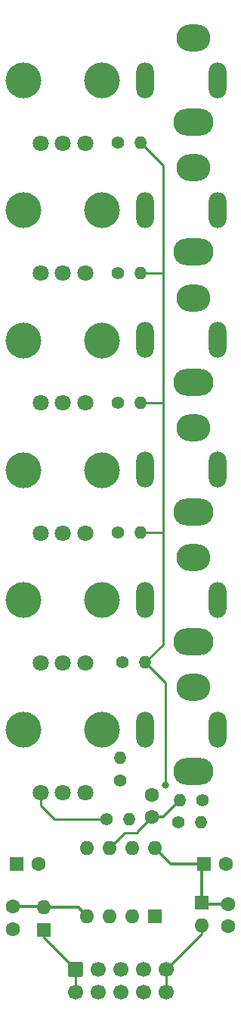
<source format=gtl>
%TF.GenerationSoftware,KiCad,Pcbnew,(6.0.1)*%
%TF.CreationDate,2022-11-11T13:21:04-05:00*%
%TF.ProjectId,ER-MIXER5-01,45522d4d-4958-4455-9235-2d30312e6b69,1*%
%TF.SameCoordinates,Original*%
%TF.FileFunction,Copper,L1,Top*%
%TF.FilePolarity,Positive*%
%FSLAX46Y46*%
G04 Gerber Fmt 4.6, Leading zero omitted, Abs format (unit mm)*
G04 Created by KiCad (PCBNEW (6.0.1)) date 2022-11-11 13:21:04*
%MOMM*%
%LPD*%
G01*
G04 APERTURE LIST*
G04 Aperture macros list*
%AMRoundRect*
0 Rectangle with rounded corners*
0 $1 Rounding radius*
0 $2 $3 $4 $5 $6 $7 $8 $9 X,Y pos of 4 corners*
0 Add a 4 corners polygon primitive as box body*
4,1,4,$2,$3,$4,$5,$6,$7,$8,$9,$2,$3,0*
0 Add four circle primitives for the rounded corners*
1,1,$1+$1,$2,$3*
1,1,$1+$1,$4,$5*
1,1,$1+$1,$6,$7*
1,1,$1+$1,$8,$9*
0 Add four rect primitives between the rounded corners*
20,1,$1+$1,$2,$3,$4,$5,0*
20,1,$1+$1,$4,$5,$6,$7,0*
20,1,$1+$1,$6,$7,$8,$9,0*
20,1,$1+$1,$8,$9,$2,$3,0*%
G04 Aperture macros list end*
%TA.AperFunction,WasherPad*%
%ADD10C,4.000000*%
%TD*%
%TA.AperFunction,ComponentPad*%
%ADD11C,1.800000*%
%TD*%
%TA.AperFunction,ComponentPad*%
%ADD12C,1.400000*%
%TD*%
%TA.AperFunction,ComponentPad*%
%ADD13O,1.400000X1.400000*%
%TD*%
%TA.AperFunction,ComponentPad*%
%ADD14R,1.600000X1.600000*%
%TD*%
%TA.AperFunction,ComponentPad*%
%ADD15O,1.600000X1.600000*%
%TD*%
%TA.AperFunction,ComponentPad*%
%ADD16O,4.500000X3.000000*%
%TD*%
%TA.AperFunction,ComponentPad*%
%ADD17O,3.800000X3.000000*%
%TD*%
%TA.AperFunction,ComponentPad*%
%ADD18O,2.000000X4.000000*%
%TD*%
%TA.AperFunction,ComponentPad*%
%ADD19C,1.600000*%
%TD*%
%TA.AperFunction,ComponentPad*%
%ADD20RoundRect,0.250000X-0.600000X0.600000X-0.600000X-0.600000X0.600000X-0.600000X0.600000X0.600000X0*%
%TD*%
%TA.AperFunction,ComponentPad*%
%ADD21C,1.700000*%
%TD*%
%TA.AperFunction,ViaPad*%
%ADD22C,0.800000*%
%TD*%
%TA.AperFunction,Conductor*%
%ADD23C,0.304800*%
%TD*%
%TA.AperFunction,Conductor*%
%ADD24C,0.250000*%
%TD*%
G04 APERTURE END LIST*
D10*
%TO.P,RV5,*%
%TO.N,*%
X13000000Y-58550000D03*
X4200000Y-58550000D03*
D11*
%TO.P,RV5,1,1*%
%TO.N,/VI_4*%
X11100000Y-65550000D03*
%TO.P,RV5,2,2*%
%TO.N,/POTWIPER_4*%
X8600000Y-65550000D03*
%TO.P,RV5,3,3*%
%TO.N,GND*%
X6100000Y-65550000D03*
%TD*%
D12*
%TO.P,R4,1*%
%TO.N,/POTWIPER_4*%
X14780000Y-65500000D03*
D13*
%TO.P,R4,2*%
%TO.N,/VSUM*%
X17320000Y-65500000D03*
%TD*%
D14*
%TO.P,D2,1,K*%
%TO.N,Net-(J8-Pad1)*%
X6500000Y-109883686D03*
D15*
%TO.P,D2,2,A*%
%TO.N,-12V*%
X6500000Y-107343686D03*
%TD*%
D10*
%TO.P,RV1,*%
%TO.N,*%
X13000000Y-87550000D03*
X4200000Y-87550000D03*
D11*
%TO.P,RV1,1,1*%
%TO.N,unconnected-(RV1-Pad1)*%
X11100000Y-94550000D03*
%TO.P,RV1,2,2*%
%TO.N,/VOL2*%
X8600000Y-94550000D03*
%TO.P,RV1,3,3*%
%TO.N,/VOL1*%
X6100000Y-94550000D03*
%TD*%
D10*
%TO.P,RV3,*%
%TO.N,*%
X4200000Y-29550000D03*
X13000000Y-29550000D03*
D11*
%TO.P,RV3,1,1*%
%TO.N,/VI_2*%
X11100000Y-36550000D03*
%TO.P,RV3,2,2*%
%TO.N,/POTWIPER_2*%
X8600000Y-36550000D03*
%TO.P,RV3,3,3*%
%TO.N,GND*%
X6100000Y-36550000D03*
%TD*%
D10*
%TO.P,RV6,*%
%TO.N,*%
X4200000Y-73050000D03*
X13000000Y-73050000D03*
D11*
%TO.P,RV6,1,1*%
%TO.N,/VI_5*%
X11100000Y-80050000D03*
%TO.P,RV6,2,2*%
%TO.N,/POTWIPER_5*%
X8600000Y-80050000D03*
%TO.P,RV6,3,3*%
%TO.N,GND*%
X6100000Y-80050000D03*
%TD*%
D16*
%TO.P,J5,S*%
%TO.N,GND*%
X23200000Y-63200000D03*
D17*
X23200000Y-53800000D03*
D18*
%TO.P,J5,T*%
%TO.N,/VI_4*%
X17800000Y-58500000D03*
%TO.P,J5,TN*%
%TO.N,GND*%
X25900000Y-58500000D03*
%TD*%
D16*
%TO.P,J6,S*%
%TO.N,GND*%
X23200000Y-77700000D03*
D17*
X23200000Y-68300000D03*
D18*
%TO.P,J6,T*%
%TO.N,/VI_5*%
X17800000Y-73000000D03*
%TO.P,J6,TN*%
%TO.N,GND*%
X25900000Y-73000000D03*
%TD*%
D12*
%TO.P,R10,1*%
%TO.N,/VO*%
X15000000Y-93220000D03*
D13*
%TO.P,R10,2*%
%TO.N,/OUT*%
X15000000Y-90680000D03*
%TD*%
D14*
%TO.P,C3,1*%
%TO.N,+12V*%
X24384000Y-102500000D03*
D19*
%TO.P,C3,2*%
%TO.N,GND*%
X26884000Y-102500000D03*
%TD*%
D12*
%TO.P,R7,1*%
%TO.N,/VSUM*%
X21580000Y-97800000D03*
D13*
%TO.P,R7,2*%
%TO.N,Net-(R7-Pad2)*%
X24120000Y-97800000D03*
%TD*%
D19*
%TO.P,C1,1*%
%TO.N,+12V*%
X27100000Y-106954000D03*
%TO.P,C1,2*%
%TO.N,GND*%
X27100000Y-109454000D03*
%TD*%
D12*
%TO.P,R5,1*%
%TO.N,/POTWIPER_5*%
X15280000Y-80000000D03*
D13*
%TO.P,R5,2*%
%TO.N,/VSUM*%
X17820000Y-80000000D03*
%TD*%
D16*
%TO.P,J2,S*%
%TO.N,GND*%
X23200000Y-19700000D03*
D17*
X23200000Y-10300000D03*
D18*
%TO.P,J2,T*%
%TO.N,/VI_1*%
X17800000Y-15000000D03*
%TO.P,J2,TN*%
%TO.N,GND*%
X25900000Y-15000000D03*
%TD*%
D17*
%TO.P,J1,S*%
%TO.N,GND*%
X23200000Y-82800000D03*
D16*
X23200000Y-92200000D03*
D18*
%TO.P,J1,T*%
%TO.N,/OUT*%
X17800000Y-87500000D03*
%TO.P,J1,TN*%
%TO.N,unconnected-(J1-PadTN)*%
X25900000Y-87500000D03*
%TD*%
D14*
%TO.P,D1,1,K*%
%TO.N,+12V*%
X24130000Y-106778315D03*
D15*
%TO.P,D1,2,A*%
%TO.N,Net-(J8-Pad10)*%
X24130000Y-109318315D03*
%TD*%
D19*
%TO.P,C2,1*%
%TO.N,GND*%
X3000000Y-109750000D03*
%TO.P,C2,2*%
%TO.N,-12V*%
X3000000Y-107250000D03*
%TD*%
D12*
%TO.P,R8,1*%
%TO.N,Net-(R7-Pad2)*%
X24220000Y-95400000D03*
D13*
%TO.P,R8,2*%
%TO.N,/VOL2*%
X21680000Y-95400000D03*
%TD*%
D12*
%TO.P,R3,1*%
%TO.N,/POTWIPER_3*%
X14780000Y-51000000D03*
D13*
%TO.P,R3,2*%
%TO.N,/VSUM*%
X17320000Y-51000000D03*
%TD*%
D12*
%TO.P,R9,1*%
%TO.N,/VOL1*%
X13512000Y-97536000D03*
D13*
%TO.P,R9,2*%
%TO.N,/VO*%
X16052000Y-97536000D03*
%TD*%
D16*
%TO.P,J4,S*%
%TO.N,GND*%
X23200000Y-48700000D03*
D17*
X23200000Y-39300000D03*
D18*
%TO.P,J4,T*%
%TO.N,/VI_3*%
X17800000Y-44000000D03*
%TO.P,J4,TN*%
%TO.N,GND*%
X25900000Y-44000000D03*
%TD*%
D10*
%TO.P,RV2,*%
%TO.N,*%
X13000000Y-15050000D03*
X4200000Y-15050000D03*
D11*
%TO.P,RV2,1,1*%
%TO.N,/VI_1*%
X11100000Y-22050000D03*
%TO.P,RV2,2,2*%
%TO.N,/POTWIPER_1*%
X8600000Y-22050000D03*
%TO.P,RV2,3,3*%
%TO.N,GND*%
X6100000Y-22050000D03*
%TD*%
D12*
%TO.P,R1,1*%
%TO.N,/POTWIPER_1*%
X14780000Y-22000000D03*
D13*
%TO.P,R1,2*%
%TO.N,/VSUM*%
X17320000Y-22000000D03*
%TD*%
D10*
%TO.P,RV4,*%
%TO.N,*%
X13000000Y-44050000D03*
X4200000Y-44050000D03*
D11*
%TO.P,RV4,1,1*%
%TO.N,/VI_3*%
X11100000Y-51050000D03*
%TO.P,RV4,2,2*%
%TO.N,/POTWIPER_3*%
X8600000Y-51050000D03*
%TO.P,RV4,3,3*%
%TO.N,GND*%
X6100000Y-51050000D03*
%TD*%
D12*
%TO.P,R2,1*%
%TO.N,/POTWIPER_2*%
X14780000Y-36500000D03*
D13*
%TO.P,R2,2*%
%TO.N,/VSUM*%
X17320000Y-36500000D03*
%TD*%
D19*
%TO.P,C5,1*%
%TO.N,/VO*%
X18600001Y-94750001D03*
%TO.P,C5,2*%
%TO.N,/VOL2*%
X18600001Y-97250001D03*
%TD*%
D14*
%TO.P,C4,1*%
%TO.N,GND*%
X3394888Y-102500000D03*
D19*
%TO.P,C4,2*%
%TO.N,-12V*%
X5894888Y-102500000D03*
%TD*%
D17*
%TO.P,J3,S*%
%TO.N,GND*%
X23200000Y-24800000D03*
D16*
X23200000Y-34200000D03*
D18*
%TO.P,J3,T*%
%TO.N,/VI_2*%
X17800000Y-29500000D03*
%TO.P,J3,TN*%
%TO.N,GND*%
X25900000Y-29500000D03*
%TD*%
D20*
%TO.P,J8,1,Pin_1*%
%TO.N,Net-(J8-Pad1)*%
X10020000Y-114247500D03*
D21*
%TO.P,J8,2,Pin_2*%
X10020000Y-116787500D03*
%TO.P,J8,3,Pin_3*%
%TO.N,GND*%
X12560000Y-114247500D03*
%TO.P,J8,4,Pin_4*%
X12560000Y-116787500D03*
%TO.P,J8,5,Pin_5*%
X15100000Y-114247500D03*
%TO.P,J8,6,Pin_6*%
X15100000Y-116787500D03*
%TO.P,J8,7,Pin_7*%
X17640000Y-114247500D03*
%TO.P,J8,8,Pin_8*%
X17640000Y-116787500D03*
%TO.P,J8,9,Pin_9*%
%TO.N,Net-(J8-Pad10)*%
X20180000Y-114247500D03*
%TO.P,J8,10,Pin_10*%
X20180000Y-116787500D03*
%TD*%
D14*
%TO.P,U1,1*%
%TO.N,Net-(R7-Pad2)*%
X18900000Y-108300012D03*
D15*
%TO.P,U1,2,-*%
%TO.N,/VSUM*%
X16360000Y-108300012D03*
%TO.P,U1,3,+*%
%TO.N,GND*%
X13820000Y-108300012D03*
%TO.P,U1,4,V-*%
%TO.N,-12V*%
X11280000Y-108300012D03*
%TO.P,U1,5,+*%
%TO.N,GND*%
X11280000Y-100680012D03*
%TO.P,U1,6,-*%
%TO.N,/VOL2*%
X13820000Y-100680012D03*
%TO.P,U1,7*%
%TO.N,/VO*%
X16360000Y-100680012D03*
%TO.P,U1,8,V+*%
%TO.N,+12V*%
X18900000Y-100680012D03*
%TD*%
D22*
%TO.N,/VSUM*%
X20066000Y-93726000D03*
%TD*%
D23*
%TO.N,+12V*%
X27100000Y-106954000D02*
X24305685Y-106954000D01*
X20719988Y-102500000D02*
X18900000Y-100680012D01*
X24384000Y-102500000D02*
X20719988Y-102500000D01*
X24130000Y-106778315D02*
X24130000Y-102754000D01*
%TO.N,-12V*%
X10323674Y-107343686D02*
X11280000Y-108300012D01*
X6500000Y-107343686D02*
X10323674Y-107343686D01*
X3000000Y-107250000D02*
X6406314Y-107250000D01*
D24*
%TO.N,/VOL2*%
X17000000Y-99000000D02*
X17000000Y-98850000D01*
X15500000Y-99000000D02*
X17000000Y-99000000D01*
X17000000Y-98850000D02*
X18600000Y-97250000D01*
D23*
X19830000Y-97250000D02*
X18600000Y-97250000D01*
X21680000Y-95400000D02*
X19830000Y-97250000D01*
D24*
X13820000Y-100680000D02*
X15500000Y-99000000D01*
%TO.N,/VOL1*%
X6100000Y-94550000D02*
X6100000Y-96016000D01*
X6100000Y-96016000D02*
X7620000Y-97536000D01*
X7620000Y-97536000D02*
X13512000Y-97536000D01*
%TO.N,/VSUM*%
X19812000Y-78008000D02*
X17820000Y-80000000D01*
X19812000Y-51054000D02*
X19812000Y-65532000D01*
X17320000Y-51000000D02*
X19758000Y-51000000D01*
X17820000Y-80000000D02*
X20066000Y-82246000D01*
X17320000Y-65500000D02*
X19780000Y-65500000D01*
X17320000Y-22000000D02*
X19812000Y-24492000D01*
X20066000Y-82246000D02*
X20066000Y-93726000D01*
X19812000Y-36576000D02*
X19812000Y-51054000D01*
X19812000Y-65532000D02*
X19812000Y-78008000D01*
X17320000Y-36500000D02*
X19736000Y-36500000D01*
X19780000Y-65500000D02*
X19812000Y-65532000D01*
X19812000Y-24492000D02*
X19812000Y-36576000D01*
X19758000Y-51000000D02*
X19812000Y-51054000D01*
X19736000Y-36500000D02*
X19812000Y-36576000D01*
%TO.N,Net-(J8-Pad10)*%
X24130000Y-110297500D02*
X24130000Y-109318315D01*
X20180000Y-116787500D02*
X20180000Y-114247500D01*
X20180000Y-114247500D02*
X24130000Y-110297500D01*
%TO.N,Net-(J8-Pad1)*%
X10020000Y-114247500D02*
X6500000Y-110727500D01*
X6500000Y-110727500D02*
X6500000Y-109883686D01*
X10020000Y-114247500D02*
X10020000Y-116787500D01*
%TD*%
M02*

</source>
